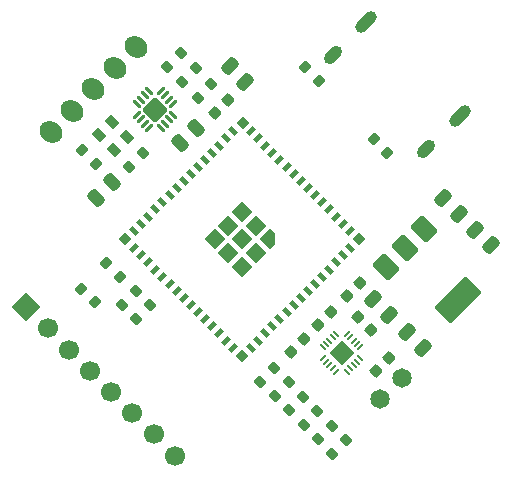
<source format=gbr>
%TF.GenerationSoftware,KiCad,Pcbnew,(6.0.8)*%
%TF.CreationDate,2022-10-29T03:41:05+02:00*%
%TF.ProjectId,view_base,76696577-5f62-4617-9365-2e6b69636164,rev?*%
%TF.SameCoordinates,Original*%
%TF.FileFunction,Soldermask,Bot*%
%TF.FilePolarity,Negative*%
%FSLAX46Y46*%
G04 Gerber Fmt 4.6, Leading zero omitted, Abs format (unit mm)*
G04 Created by KiCad (PCBNEW (6.0.8)) date 2022-10-29 03:41:05*
%MOMM*%
%LPD*%
G01*
G04 APERTURE LIST*
G04 Aperture macros list*
%AMRoundRect*
0 Rectangle with rounded corners*
0 $1 Rounding radius*
0 $2 $3 $4 $5 $6 $7 $8 $9 X,Y pos of 4 corners*
0 Add a 4 corners polygon primitive as box body*
4,1,4,$2,$3,$4,$5,$6,$7,$8,$9,$2,$3,0*
0 Add four circle primitives for the rounded corners*
1,1,$1+$1,$2,$3*
1,1,$1+$1,$4,$5*
1,1,$1+$1,$6,$7*
1,1,$1+$1,$8,$9*
0 Add four rect primitives between the rounded corners*
20,1,$1+$1,$2,$3,$4,$5,0*
20,1,$1+$1,$4,$5,$6,$7,0*
20,1,$1+$1,$6,$7,$8,$9,0*
20,1,$1+$1,$8,$9,$2,$3,0*%
%AMHorizOval*
0 Thick line with rounded ends*
0 $1 width*
0 $2 $3 position (X,Y) of the first rounded end (center of the circle)*
0 $4 $5 position (X,Y) of the second rounded end (center of the circle)*
0 Add line between two ends*
20,1,$1,$2,$3,$4,$5,0*
0 Add two circle primitives to create the rounded ends*
1,1,$1,$2,$3*
1,1,$1,$4,$5*%
%AMRotRect*
0 Rectangle, with rotation*
0 The origin of the aperture is its center*
0 $1 length*
0 $2 width*
0 $3 Rotation angle, in degrees counterclockwise*
0 Add horizontal line*
21,1,$1,$2,0,0,$3*%
%AMFreePoly0*
4,1,6,0.600000,-0.600000,0.000000,-0.600000,-0.600000,0.000000,-0.600000,0.600000,0.600000,0.600000,0.600000,-0.600000,0.600000,-0.600000,$1*%
G04 Aperture macros list end*
%ADD10HorizOval,1.000000X0.424264X0.424264X-0.424264X-0.424264X0*%
%ADD11HorizOval,1.000000X0.282843X0.282843X-0.282843X-0.282843X0*%
%ADD12HorizOval,1.727200X0.107763X-0.107763X-0.107763X0.107763X0*%
%ADD13RotRect,1.700000X1.700000X45.000000*%
%ADD14HorizOval,1.700000X0.000000X0.000000X0.000000X0.000000X0*%
%ADD15C,1.651000*%
%ADD16RoundRect,0.200000X-0.053033X0.335876X-0.335876X0.053033X0.053033X-0.335876X0.335876X-0.053033X0*%
%ADD17RoundRect,0.200000X-0.335876X-0.053033X-0.053033X-0.335876X0.335876X0.053033X0.053033X0.335876X0*%
%ADD18RoundRect,0.225000X-0.017678X0.335876X-0.335876X0.017678X0.017678X-0.335876X0.335876X-0.017678X0*%
%ADD19RoundRect,0.200000X0.335876X0.053033X0.053033X0.335876X-0.335876X-0.053033X-0.053033X-0.335876X0*%
%ADD20RoundRect,0.200000X0.053033X-0.335876X0.335876X-0.053033X-0.053033X0.335876X-0.335876X0.053033X0*%
%ADD21RoundRect,0.250000X0.512652X0.159099X0.159099X0.512652X-0.512652X-0.159099X-0.159099X-0.512652X0*%
%ADD22RoundRect,0.225000X0.017678X-0.335876X0.335876X-0.017678X-0.017678X0.335876X-0.335876X0.017678X0*%
%ADD23RotRect,0.400000X0.800000X45.000000*%
%ADD24RotRect,0.400000X0.800000X135.000000*%
%ADD25RotRect,1.200000X1.200000X135.000000*%
%ADD26RotRect,0.800000X0.800000X315.000000*%
%ADD27FreePoly0,135.000000*%
%ADD28RoundRect,0.050000X0.247487X-0.176777X-0.176777X0.247487X-0.247487X0.176777X0.176777X-0.247487X0*%
%ADD29RoundRect,0.050000X0.247487X0.176777X0.176777X0.247487X-0.247487X-0.176777X-0.176777X-0.247487X0*%
%ADD30RotRect,1.500000X1.500000X135.000000*%
%ADD31RoundRect,0.062500X0.309359X-0.220971X-0.220971X0.309359X-0.309359X0.220971X0.220971X-0.309359X0*%
%ADD32RoundRect,0.062500X0.309359X0.220971X0.220971X0.309359X-0.309359X-0.220971X-0.220971X-0.309359X0*%
%ADD33RoundRect,0.250000X0.777817X0.000000X0.000000X0.777817X-0.777817X0.000000X0.000000X-0.777817X0*%
%ADD34RotRect,0.820000X1.000000X45.000000*%
%ADD35RoundRect,0.250000X-0.883883X0.176777X0.176777X-0.883883X0.883883X-0.176777X-0.176777X0.883883X0*%
%ADD36RoundRect,0.250000X-1.697056X-0.636396X-0.636396X-1.697056X1.697056X0.636396X0.636396X1.697056X0*%
%ADD37RoundRect,0.250000X-0.159099X0.512652X-0.512652X0.159099X0.159099X-0.512652X0.512652X-0.159099X0*%
%ADD38RoundRect,0.225000X0.335876X0.017678X0.017678X0.335876X-0.335876X-0.017678X-0.017678X-0.335876X0*%
%ADD39RoundRect,0.250000X0.159099X-0.512652X0.512652X-0.159099X-0.159099X0.512652X-0.512652X0.159099X0*%
%ADD40RotRect,0.820000X1.000000X225.000000*%
%ADD41RoundRect,0.250000X-0.512652X-0.159099X-0.159099X-0.512652X0.512652X0.159099X0.159099X0.512652X0*%
G04 APERTURE END LIST*
D10*
%TO.C,J2*%
X118417443Y-37530437D03*
X110469563Y-29582557D03*
D11*
X107641136Y-32410984D03*
X115589016Y-40358864D03*
%TD*%
D12*
%TO.C,J6*%
X90992102Y-31707898D03*
X89196051Y-33503949D03*
X87400000Y-35300000D03*
X85603949Y-37096051D03*
X83807898Y-38892102D03*
%TD*%
D13*
%TO.C,J4*%
X81724427Y-53724427D03*
D14*
X83520478Y-55520478D03*
X85316529Y-57316529D03*
X87112581Y-59112581D03*
X88908632Y-60908632D03*
X90704683Y-62704683D03*
X92500734Y-64500734D03*
X94296786Y-66296786D03*
%TD*%
D15*
%TO.C,J8*%
X113498026Y-59701974D03*
X111701974Y-61498026D03*
%TD*%
D16*
%TO.C,R3*%
X106363604Y-62530330D03*
X105196878Y-63697056D03*
%TD*%
D17*
%TO.C,R13*%
X86335164Y-52154249D03*
X87501890Y-53320975D03*
%TD*%
D18*
%TO.C,C6*%
X109948008Y-51685444D03*
X108851992Y-52781460D03*
%TD*%
D19*
%TO.C,R10*%
X106483363Y-34583363D03*
X105316637Y-33416637D03*
%TD*%
D16*
%TO.C,R1*%
X108803122Y-64969848D03*
X107636396Y-66136574D03*
%TD*%
D20*
%TO.C,R16*%
X96216637Y-35983363D03*
X97383363Y-34816637D03*
%TD*%
D21*
%TO.C,C5*%
X121071751Y-48505203D03*
X119728249Y-47161701D03*
%TD*%
D22*
%TO.C,C4*%
X97666550Y-37322686D03*
X98762566Y-36226670D03*
%TD*%
D16*
%TO.C,R9*%
X105143847Y-61310572D03*
X103977121Y-62477298D03*
%TD*%
D18*
%TO.C,C13*%
X105207449Y-56407627D03*
X104111433Y-57503643D03*
%TD*%
D23*
%TO.C,U2*%
X109157033Y-48742462D03*
X108555992Y-49343503D03*
X107954951Y-49944544D03*
X107353911Y-50545584D03*
X106752870Y-51146625D03*
X106151829Y-51747666D03*
X105550788Y-52348707D03*
X104949747Y-52949747D03*
X104348707Y-53550788D03*
X103747666Y-54151829D03*
X103146625Y-54752870D03*
X102545584Y-55353911D03*
X101944544Y-55954951D03*
X101343503Y-56555992D03*
X100742462Y-57157033D03*
D24*
X99257538Y-57157033D03*
X98656497Y-56555992D03*
X98055456Y-55954951D03*
X97454416Y-55353911D03*
X96853375Y-54752870D03*
X96252334Y-54151829D03*
X95651293Y-53550788D03*
X95050253Y-52949747D03*
X94449212Y-52348707D03*
X93848171Y-51747666D03*
X93247130Y-51146625D03*
X92646089Y-50545584D03*
X92045049Y-49944544D03*
X91444008Y-49343503D03*
X90842967Y-48742462D03*
D23*
X90842967Y-47257538D03*
X91444008Y-46656497D03*
X92045049Y-46055456D03*
X92646089Y-45454416D03*
X93247130Y-44853375D03*
X93848171Y-44252334D03*
X94449212Y-43651293D03*
X95050253Y-43050253D03*
X95651293Y-42449212D03*
X96252334Y-41848171D03*
X96853375Y-41247130D03*
X97454416Y-40646089D03*
X98055456Y-40045049D03*
X98656497Y-39444008D03*
X99257538Y-38842967D03*
D24*
X107954951Y-46055456D03*
D25*
X101166726Y-49166726D03*
D24*
X102545584Y-40646089D03*
D25*
X100000000Y-48000000D03*
D26*
X109899495Y-48000000D03*
D24*
X104348707Y-42449212D03*
X106151829Y-44252334D03*
D26*
X90100505Y-48000000D03*
D24*
X100742462Y-38842967D03*
X101343503Y-39444008D03*
D25*
X98833274Y-49166726D03*
X100000000Y-50333452D03*
D24*
X107353911Y-45454416D03*
D27*
X102333452Y-48000000D03*
D24*
X109157033Y-47257538D03*
X104949747Y-43050253D03*
D25*
X101166726Y-46833274D03*
D26*
X100035355Y-38135860D03*
D25*
X100000000Y-45666548D03*
D26*
X100000000Y-57899495D03*
D24*
X103146625Y-41247130D03*
D25*
X98833274Y-46833274D03*
D24*
X105550788Y-43651293D03*
X108555992Y-46656497D03*
X106752870Y-44853375D03*
D25*
X97666548Y-48000000D03*
D24*
X103747666Y-41848171D03*
X101944544Y-40045049D03*
%TD*%
D16*
%TO.C,R7*%
X92168791Y-53568465D03*
X91002065Y-54735191D03*
%TD*%
D28*
%TO.C,U4*%
X109998097Y-58051650D03*
X109715255Y-58334493D03*
X109432412Y-58617336D03*
X109149569Y-58900179D03*
X108866726Y-59183021D03*
D29*
X107947488Y-59183021D03*
X107664645Y-58900179D03*
X107381802Y-58617336D03*
X107098959Y-58334493D03*
X106816117Y-58051650D03*
D28*
X106816117Y-57132412D03*
X107098959Y-56849569D03*
X107381802Y-56566726D03*
X107664645Y-56283883D03*
X107947488Y-56001041D03*
D29*
X108866726Y-56001041D03*
X109149569Y-56283883D03*
X109432412Y-56566726D03*
X109715255Y-56849569D03*
X109998097Y-57132412D03*
D30*
X108407107Y-57592031D03*
%TD*%
D16*
%TO.C,R11*%
X103924086Y-60090812D03*
X102757360Y-61257538D03*
%TD*%
D21*
%TO.C,C2*%
X115271751Y-57205203D03*
X113928249Y-55861701D03*
%TD*%
%TO.C,C8*%
X100271751Y-34671751D03*
X98928249Y-33328249D03*
%TD*%
D16*
%TO.C,R2*%
X107583363Y-63750089D03*
X106416637Y-64916815D03*
%TD*%
D18*
%TO.C,C11*%
X112384585Y-57998621D03*
X111288569Y-59094637D03*
%TD*%
D20*
%TO.C,R15*%
X93616637Y-33383363D03*
X94783363Y-32216637D03*
%TD*%
D31*
%TO.C,U3*%
X94146796Y-37486136D03*
X93793243Y-37839689D03*
X93439689Y-38193243D03*
X93086136Y-38546796D03*
D32*
X92113864Y-38546796D03*
X91760311Y-38193243D03*
X91406757Y-37839689D03*
X91053204Y-37486136D03*
D31*
X91053204Y-36513864D03*
X91406757Y-36160311D03*
X91760311Y-35806757D03*
X92113864Y-35453204D03*
D32*
X93086136Y-35453204D03*
X93439689Y-35806757D03*
X93793243Y-36160311D03*
X94146796Y-36513864D03*
D33*
X92600000Y-37000000D03*
%TD*%
D34*
%TO.C,LED2*%
X89134315Y-40465685D03*
X90265685Y-39334315D03*
%TD*%
D17*
%TO.C,R5*%
X111116637Y-39516637D03*
X112283363Y-40683363D03*
%TD*%
D35*
%TO.C,REF\u002A\u002A*%
X112146268Y-50332411D03*
D36*
X118227386Y-53160838D03*
D35*
X113772614Y-48706066D03*
X115398959Y-47079720D03*
%TD*%
D22*
%TO.C,C14*%
X106391852Y-55223223D03*
X107487868Y-54127207D03*
%TD*%
D21*
%TO.C,C9*%
X112419936Y-54357017D03*
X111076434Y-53013515D03*
%TD*%
D20*
%TO.C,R6*%
X89799983Y-53533110D03*
X90966709Y-52366384D03*
%TD*%
D37*
%TO.C,C12*%
X96071751Y-38528249D03*
X94728249Y-39871751D03*
%TD*%
D38*
%TO.C,C10*%
X110881980Y-55647490D03*
X109785964Y-54551474D03*
%TD*%
D16*
%TO.C,R12*%
X102704325Y-58871050D03*
X101537599Y-60037776D03*
%TD*%
D17*
%TO.C,R8*%
X88456484Y-50032931D03*
X89623210Y-51199657D03*
%TD*%
D39*
%TO.C,C7*%
X87628249Y-44471751D03*
X88971751Y-43128249D03*
%TD*%
D16*
%TO.C,R18*%
X91583363Y-40716637D03*
X90416637Y-41883363D03*
%TD*%
D40*
%TO.C,LED1*%
X88965685Y-38034315D03*
X87834315Y-39165685D03*
%TD*%
D19*
%TO.C,R17*%
X87583363Y-41583363D03*
X86416637Y-40416637D03*
%TD*%
D41*
%TO.C,C1*%
X117028249Y-44461701D03*
X118371751Y-45805203D03*
%TD*%
D20*
%TO.C,R14*%
X94916637Y-34683363D03*
X96083363Y-33516637D03*
%TD*%
M02*

</source>
